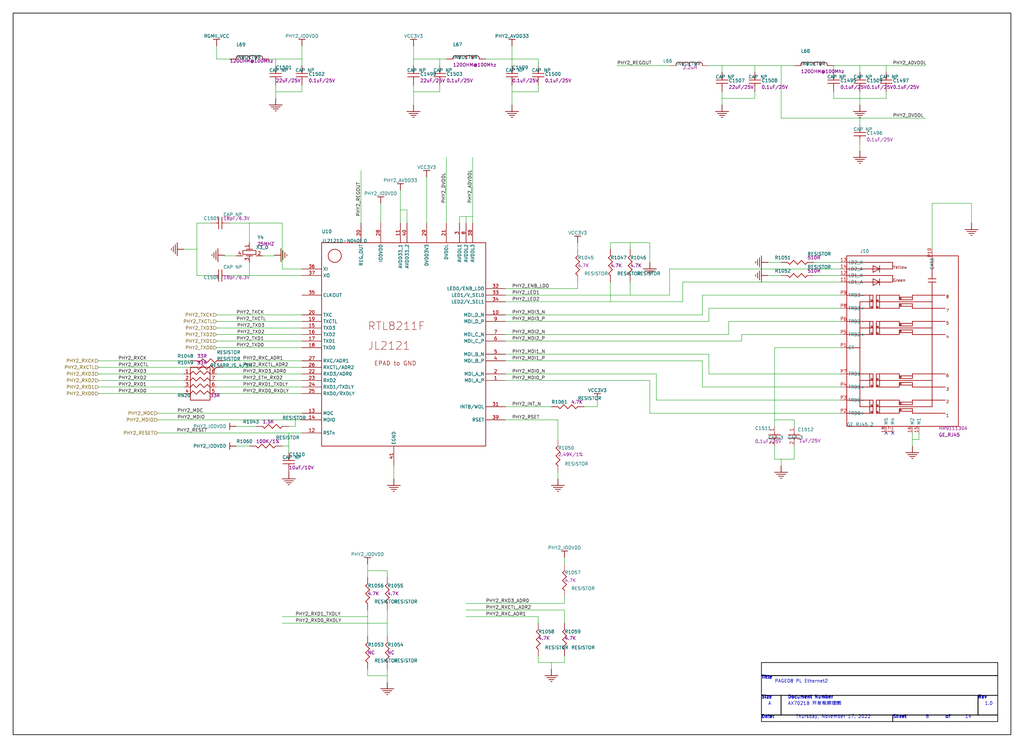
<source format=kicad_sch>
(kicad_sch (version 20231120) (generator "eeschema") (generator_version "8.0")
  (paper "User" 396.24 289.56)
  (title_block (title "PAGE08 PL Ethernet2"))
  (no_connect (at 345.44 167.64))
  (no_connect (at 342.9 167.64))
  (wire (pts (xy 86.36 142.24) (xy 116.84 142.24)))
  (wire (pts (xy 116.84 35.56) (xy 106.68 35.56)))
  (wire (pts (xy 76.2 86.36) (xy 76.2 96.52)))
  (wire (pts (xy 170.18 35.56) (xy 170.18 33.02)))
  (wire (pts (xy 60.96 167.64) (xy 111.76 167.64)))
  (wire (pts (xy 180.34 86.36) (xy 180.34 83.82)))
  (wire (pts (xy 180.34 233.68) (xy 218.44 233.68)))
  (wire (pts (xy 332.74 25.4) (xy 332.74 27.94)))
  (wire (pts (xy 259.08 114.3) (xy 243.84 114.3)))
  (wire (pts (xy 96.52 86.36) (xy 88.9 86.36)))
  (wire (pts (xy 142.24 259.08) (xy 142.24 261.62)))
  (wire (pts (xy 208.28 241.3) (xy 208.28 238.76)))
  (wire (pts (xy 342.9 27.94) (xy 342.9 25.4)))
  (wire (pts (xy 332.74 45.72) (xy 302.26 45.72)))
  (wire (pts (xy 271.78 114.3) (xy 325.12 114.3)))
  (wire (pts (xy 83.82 121.92) (xy 116.84 121.92)))
  (wire (pts (xy 360.68 96.52) (xy 360.68 78.74)))
  (wire (pts (xy 142.24 246.38) (xy 142.24 238.76)))
  (wire (pts (xy 170.18 22.86) (xy 170.18 25.4)))
  (wire (pts (xy 281.94 129.54) (xy 281.94 124.46)))
  (wire (pts (xy 325.12 160.02) (xy 251.46 160.02)))
  (wire (pts (xy 215.9 185.42) (xy 215.9 182.88)))
  (wire (pts (xy 160.02 22.86) (xy 170.18 22.86)))
  (wire (pts (xy 325.12 101.6) (xy 314.96 101.6)))
  (wire (pts (xy 259.08 104.14) (xy 259.08 114.3)))
  (wire (pts (xy 292.1 27.94) (xy 292.1 25.4)))
  (wire (pts (xy 83.82 152.4) (xy 116.84 152.4)))
  (wire (pts (xy 322.58 38.1) (xy 332.74 38.1)))
  (wire (pts (xy 83.82 129.54) (xy 116.84 129.54)))
  (wire (pts (xy 38.1 149.86) (xy 71.12 149.86)))
  (wire (pts (xy 152.4 185.42) (xy 152.4 180.34)))
  (wire (pts (xy 195.58 114.3) (xy 243.84 114.3)))
  (wire (pts (xy 218.44 218.44) (xy 218.44 215.9)))
  (wire (pts (xy 195.58 147.32) (xy 251.46 147.32)))
  (wire (pts (xy 142.24 223.52) (xy 142.24 220.98)))
  (wire (pts (xy 299.72 134.62) (xy 325.12 134.62)))
  (wire (pts (xy 213.36 259.08) (xy 213.36 256.54)))
  (wire (pts (xy 149.86 264.16) (xy 149.86 261.62)))
  (wire (pts (xy 142.24 261.62) (xy 149.86 261.62)))
  (wire (pts (xy 96.52 172.72) (xy 91.44 172.72)))
  (wire (pts (xy 274.32 124.46) (xy 274.32 119.38)))
  (wire (pts (xy 142.24 238.76) (xy 142.24 236.22)))
  (wire (pts (xy 160.02 22.86) (xy 160.02 17.78)))
  (wire (pts (xy 332.74 38.1) (xy 342.9 38.1)))
  (wire (pts (xy 342.9 25.4) (xy 358.14 25.4)))
  (wire (pts (xy 106.68 25.4) (xy 106.68 22.86)))
  (wire (pts (xy 271.78 121.92) (xy 271.78 114.3)))
  (wire (pts (xy 353.06 170.18) (xy 355.6 170.18)))
  (wire (pts (xy 292.1 25.4) (xy 279.4 25.4)))
  (wire (pts (xy 195.58 144.78) (xy 254 144.78)))
  (wire (pts (xy 86.868 99.06) (xy 86.868 98.806)))
  (wire (pts (xy 243.84 93.98) (xy 243.84 96.52)))
  (wire (pts (xy 177.8 83.82) (xy 177.8 86.36)))
  (wire (pts (xy 218.44 254) (xy 218.44 256.54)))
  (wire (pts (xy 180.34 238.76) (xy 208.28 238.76)))
  (wire (pts (xy 111.76 175.26) (xy 111.76 172.72)))
  (wire (pts (xy 195.58 162.56) (xy 215.9 162.56)))
  (wire (pts (xy 215.9 170.18) (xy 215.9 162.56)))
  (wire (pts (xy 139.7 66.04) (xy 139.7 86.36)))
  (wire (pts (xy 83.82 144.78) (xy 116.84 144.78)))
  (wire (pts (xy 99.06 165.1) (xy 91.44 165.1)))
  (wire (pts (xy 251.46 160.02) (xy 251.46 147.32)))
  (wire (pts (xy 88.9 22.86) (xy 83.82 22.86)))
  (wire (pts (xy 213.36 256.54) (xy 208.28 256.54)))
  (wire (pts (xy 325.12 106.68) (xy 314.96 106.68)))
  (wire (pts (xy 86.36 139.7) (xy 116.84 139.7)))
  (wire (pts (xy 271.78 149.86) (xy 325.12 149.86)))
  (wire (pts (xy 195.58 116.84) (xy 236.22 116.84)))
  (wire (pts (xy 355.6 170.18) (xy 355.6 167.64)))
  (wire (pts (xy 342.9 38.1) (xy 342.9 35.56)))
  (wire (pts (xy 218.44 241.3) (xy 218.44 236.22)))
  (wire (pts (xy 180.34 83.82) (xy 177.8 83.82)))
  (wire (pts (xy 96.52 86.36) (xy 96.52 93.98)))
  (wire (pts (xy 38.1 152.4) (xy 71.12 152.4)))
  (wire (pts (xy 114.3 165.1) (xy 114.3 162.56)))
  (wire (pts (xy 302.26 177.8) (xy 299.72 177.8)))
  (wire (pts (xy 302.26 25.4) (xy 292.1 25.4)))
  (wire (pts (xy 111.76 165.1) (xy 114.3 165.1)))
  (wire (pts (xy 223.52 109.22) (xy 223.52 111.76)))
  (wire (pts (xy 195.58 121.92) (xy 271.78 121.92)))
  (wire (pts (xy 83.82 149.86) (xy 116.84 149.86)))
  (wire (pts (xy 226.06 157.48) (xy 231.14 157.48)))
  (wire (pts (xy 157.48 81.28) (xy 154.94 81.28)))
  (wire (pts (xy 116.84 104.14) (xy 109.22 104.14)))
  (wire (pts (xy 116.84 22.86) (xy 116.84 25.4)))
  (wire (pts (xy 160.02 35.56) (xy 160.02 40.64)))
  (wire (pts (xy 259.08 25.4) (xy 238.76 25.4)))
  (wire (pts (xy 287.02 132.08) (xy 287.02 129.54)))
  (wire (pts (xy 360.68 78.74) (xy 375.92 78.74)))
  (wire (pts (xy 60.96 160.02) (xy 116.84 160.02)))
  (wire (pts (xy 106.68 38.1) (xy 106.68 35.56)))
  (wire (pts (xy 243.84 93.98) (xy 251.46 93.98)))
  (wire (pts (xy 302.26 101.6) (xy 297.18 101.6)))
  (wire (pts (xy 83.82 134.62) (xy 116.84 134.62)))
  (wire (pts (xy 325.12 104.14) (xy 259.08 104.14)))
  (wire (pts (xy 104.14 22.86) (xy 106.68 22.86)))
  (wire (pts (xy 299.72 162.56) (xy 299.72 134.62)))
  (wire (pts (xy 208.28 25.4) (xy 208.28 22.86)))
  (wire (pts (xy 264.16 109.22) (xy 264.16 116.84)))
  (wire (pts (xy 147.32 86.36) (xy 147.32 78.74)))
  (wire (pts (xy 116.84 162.56) (xy 114.3 162.56)))
  (wire (pts (xy 325.12 109.22) (xy 264.16 109.22)))
  (wire (pts (xy 307.34 162.56) (xy 299.72 162.56)))
  (wire (pts (xy 83.82 22.86) (xy 83.82 17.78)))
  (wire (pts (xy 111.76 172.72) (xy 109.22 172.72)))
  (wire (pts (xy 76.2 96.52) (xy 71.12 96.52)))
  (wire (pts (xy 111.76 172.72) (xy 111.76 167.64)))
  (wire (pts (xy 149.86 246.38) (xy 149.86 241.3)))
  (wire (pts (xy 198.12 22.86) (xy 187.96 22.86)))
  (wire (pts (xy 160.02 33.02) (xy 160.02 35.56)))
  (wire (pts (xy 322.58 35.56) (xy 322.58 38.1)))
  (wire (pts (xy 218.44 231.14) (xy 218.44 233.68)))
  (wire (pts (xy 109.22 86.36) (xy 96.52 86.36)))
  (wire (pts (xy 322.58 27.94) (xy 322.58 25.4)))
  (wire (pts (xy 307.34 177.8) (xy 302.26 177.8)))
  (wire (pts (xy 198.12 35.56) (xy 208.28 35.56)))
  (wire (pts (xy 353.06 172.72) (xy 353.06 170.18)))
  (wire (pts (xy 292.1 35.56) (xy 292.1 38.1)))
  (wire (pts (xy 149.86 223.52) (xy 149.86 220.98)))
  (wire (pts (xy 38.1 147.32) (xy 71.12 147.32)))
  (wire (pts (xy 96.52 106.68) (xy 96.52 101.6)))
  (wire (pts (xy 195.58 111.76) (xy 223.52 111.76)))
  (wire (pts (xy 76.2 106.68) (xy 76.2 96.52)))
  (wire (pts (xy 195.58 129.54) (xy 281.94 129.54)))
  (wire (pts (xy 195.58 157.48) (xy 213.36 157.48)))
  (wire (pts (xy 223.52 96.52) (xy 223.52 93.98)))
  (wire (pts (xy 106.172 99.06) (xy 106.172 98.806)))
  (wire (pts (xy 116.84 22.86) (xy 116.84 17.78)))
  (wire (pts (xy 116.84 33.02) (xy 116.84 35.56)))
  (wire (pts (xy 182.88 86.36) (xy 182.88 83.82)))
  (wire (pts (xy 195.58 137.16) (xy 274.32 137.16)))
  (wire (pts (xy 271.78 139.7) (xy 271.78 149.86)))
  (wire (pts (xy 332.74 48.26) (xy 332.74 45.72)))
  (wire (pts (xy 307.34 25.4) (xy 302.26 25.4)))
  (wire (pts (xy 375.92 78.74) (xy 375.92 86.36)))
  (wire (pts (xy 302.26 106.68) (xy 297.18 106.68)))
  (wire (pts (xy 279.4 40.64) (xy 279.4 38.1)))
  (wire (pts (xy 195.58 139.7) (xy 271.78 139.7)))
  (wire (pts (xy 198.12 40.64) (xy 198.12 35.56)))
  (wire (pts (xy 180.34 236.22) (xy 218.44 236.22)))
  (wire (pts (xy 332.74 38.1) (xy 332.74 35.56)))
  (wire (pts (xy 332.74 40.64) (xy 332.74 38.1)))
  (wire (pts (xy 38.1 139.7) (xy 73.66 139.7)))
  (wire (pts (xy 109.22 104.14) (xy 109.22 86.36)))
  (wire (pts (xy 165.1 86.36) (xy 165.1 68.58)))
  (wire (pts (xy 91.44 99.06) (xy 86.868 99.06)))
  (wire (pts (xy 279.4 25.4) (xy 274.32 25.4)))
  (wire (pts (xy 170.18 22.86) (xy 172.72 22.86)))
  (wire (pts (xy 195.58 132.08) (xy 287.02 132.08)))
  (wire (pts (xy 172.72 60.96) (xy 172.72 86.36)))
  (wire (pts (xy 254 144.78) (xy 254 154.94)))
  (wire (pts (xy 83.82 124.46) (xy 116.84 124.46)))
  (wire (pts (xy 157.48 86.36) (xy 157.48 81.28)))
  (wire (pts (xy 149.86 261.62) (xy 149.86 259.08)))
  (wire (pts (xy 287.02 129.54) (xy 325.12 129.54)))
  (wire (pts (xy 332.74 25.4) (xy 322.58 25.4)))
  (wire (pts (xy 83.82 127) (xy 116.84 127)))
  (wire (pts (xy 106.68 22.86) (xy 116.84 22.86)))
  (wire (pts (xy 279.4 27.94) (xy 279.4 25.4)))
  (wire (pts (xy 81.28 86.36) (xy 76.2 86.36)))
  (wire (pts (xy 83.82 132.08) (xy 116.84 132.08)))
  (wire (pts (xy 342.9 25.4) (xy 332.74 25.4)))
  (wire (pts (xy 149.86 220.98) (xy 142.24 220.98)))
  (wire (pts (xy 38.1 144.78) (xy 71.12 144.78)))
  (wire (pts (xy 279.4 38.1) (xy 279.4 35.56)))
  (wire (pts (xy 208.28 35.56) (xy 208.28 33.02)))
  (wire (pts (xy 182.88 83.82) (xy 180.34 83.82)))
  (wire (pts (xy 254 154.94) (xy 325.12 154.94)))
  (wire (pts (xy 101.6 99.06) (xy 106.172 99.06)))
  (wire (pts (xy 160.02 35.56) (xy 170.18 35.56)))
  (wire (pts (xy 251.46 93.98) (xy 251.46 101.6)))
  (wire (pts (xy 218.44 256.54) (xy 213.36 256.54)))
  (wire (pts (xy 299.72 165.1) (xy 299.72 162.56)))
  (wire (pts (xy 116.84 106.68) (xy 96.52 106.68)))
  (wire (pts (xy 38.1 142.24) (xy 73.66 142.24)))
  (wire (pts (xy 236.22 116.84) (xy 236.22 109.22)))
  (wire (pts (xy 307.34 165.1) (xy 307.34 162.56)))
  (wire (pts (xy 109.22 241.3) (xy 149.86 241.3)))
  (wire (pts (xy 302.26 180.34) (xy 302.26 177.8)))
  (wire (pts (xy 236.22 93.98) (xy 243.84 93.98)))
  (wire (pts (xy 299.72 177.8) (xy 299.72 172.72)))
  (wire (pts (xy 111.76 167.64) (xy 116.84 167.64)))
  (wire (pts (xy 353.06 170.18) (xy 353.06 167.64)))
  (wire (pts (xy 81.28 106.68) (xy 76.2 106.68)))
  (wire (pts (xy 154.94 86.36) (xy 154.94 81.28)))
  (wire (pts (xy 292.1 38.1) (xy 279.4 38.1)))
  (wire (pts (xy 274.32 119.38) (xy 325.12 119.38)))
  (wire (pts (xy 198.12 25.4) (xy 198.12 22.86)))
  (wire (pts (xy 274.32 137.16) (xy 274.32 144.78)))
  (wire (pts (xy 195.58 124.46) (xy 274.32 124.46)))
  (wire (pts (xy 302.26 45.72) (xy 302.26 25.4)))
  (wire (pts (xy 243.84 114.3) (xy 243.84 109.22)))
  (wire (pts (xy 264.16 116.84) (xy 236.22 116.84)))
  (wire (pts (xy 149.86 241.3) (xy 149.86 236.22)))
  (wire (pts (xy 182.88 60.96) (xy 182.88 83.82)))
  (wire (pts (xy 142.24 220.98) (xy 142.24 218.44)))
  (wire (pts (xy 332.74 45.72) (xy 358.14 45.72)))
  (wire (pts (xy 332.74 58.42) (xy 332.74 55.88)))
  (wire (pts (xy 231.14 157.48) (xy 231.14 154.94)))
  (wire (pts (xy 106.68 35.56) (xy 106.68 33.02)))
  (wire (pts (xy 236.22 96.52) (xy 236.22 93.98)))
  (wire (pts (xy 160.02 25.4) (xy 160.02 22.86)))
  (wire (pts (xy 208.28 256.54) (xy 208.28 254)))
  (wire (pts (xy 274.32 144.78) (xy 325.12 144.78)))
  (wire (pts (xy 281.94 124.46) (xy 325.12 124.46)))
  (wire (pts (xy 109.22 238.76) (xy 142.24 238.76)))
  (wire (pts (xy 96.52 106.68) (xy 88.9 106.68)))
  (wire (pts (xy 60.96 162.56) (xy 114.3 162.56)))
  (wire (pts (xy 208.28 22.86) (xy 198.12 22.86)))
  (wire (pts (xy 198.12 35.56) (xy 198.12 33.02)))
  (wire (pts (xy 198.12 22.86) (xy 198.12 17.78)))
  (wire (pts (xy 307.34 172.72) (xy 307.34 177.8)))
  (wire (pts (xy 83.82 147.32) (xy 116.84 147.32)))
  (wire (pts (xy 154.94 81.28) (xy 154.94 73.66)))
  (rectangle (start 345.44 276.86) (end 294.64 279.4) (stroke (width 0.254) (color 0 0 0 1)))
  (rectangle (start 386.08 261.62) (end 294.64 269.24) (stroke (width 0.254) (color 0 0 0 1)))
  (rectangle (start 378.46 269.24) (end 302.26 276.86) (stroke (width 0.254) (color 0 0 0 1)))
  (rectangle (start 391.16 5.08) (end 5.08 284.48) (stroke (width 0.254) (color 0 0 0 1)))
  (rectangle (start 386.08 269.24) (end 378.46 276.86) (stroke (width 0.254) (color 0 0 0 1)))
  (rectangle (start 302.26 269.24) (end 294.64 276.86) (stroke (width 0.254) (color 0 0 0 1)))
  (rectangle (start 386.08 276.86) (end 345.44 279.4) (stroke (width 0.254) (color 0 0 0 1)))
  (rectangle (start 386.08 256.54) (end 294.64 261.62) (stroke (width 0.254) (color 0 0 0 1)))
  (text "Date:" (at 294.64 276.86 0) (effects (font (size 1.27 1.27)) (justify left top)))
  (text "Size" (at 294.64 269.24 0) (effects (font (size 1.27 1.27)) (justify left top)))
  (text "Document Number" (at 304.8 269.24 0) (effects (font (size 1.27 1.27)) (justify left top)))
  (text "of" (at 365.76 276.86 0) (effects (font (size 1.27 1.27)) (justify left top)))
  (text "Rev" (at 378.46 269.24 0) (effects (font (size 1.27 1.27)) (justify left top)))
  (text "of" (at 365.76 276.86 0) (effects (font (size 1.27 1.27)) (justify left top)))
  (text "Title" (at 294.64 261.62 0) (effects (font (size 1.27 1.27)) (justify left top)))
  (text "Rev" (at 378.46 269.24 0) (effects (font (size 1.27 1.27)) (justify left top)))
  (text "of" (at 365.76 276.86 0) (effects (font (size 1.27 1.27)) (justify left top)))
  (text "Sheet" (at 345.44 276.86 0) (effects (font (size 1.27 1.27)) (justify left top)))
  (text "AX7021B 开发板原理图" (at 304.8 271.78 0) (effects (font (size 1.27 1.27)) (justify left top)))
  (text "Rev" (at 378.46 269.24 0) (effects (font (size 1.27 1.27)) (justify left top)))
  (text "A" (at 297.18 271.78 0) (effects (font (size 1.27 1.27)) (justify left top)))
  (text "Title" (at 294.64 261.62 0) (effects (font (size 1.27 1.27)) (justify left top)))
  (text "Title" (at 294.64 261.62 0) (effects (font (size 1.27 1.27)) (justify left top)))
  (text "Size" (at 294.64 269.24 0) (effects (font (size 1.27 1.27)) (justify left top)))
  (text "Title" (at 294.64 261.62 0) (effects (font (size 1.27 1.27)) (justify left top)))
  (text "of" (at 365.76 276.86 0) (effects (font (size 1.27 1.27)) (justify left top)))
  (text "Sheet" (at 345.44 276.86 0) (effects (font (size 1.27 1.27)) (justify left top)))
  (text "Rev" (at 378.46 269.24 0) (effects (font (size 1.27 1.27)) (justify left top)))
  (text "Document Number" (at 304.8 269.24 0) (effects (font (size 1.27 1.27)) (justify left top)))
  (text "of" (at 365.76 276.86 0) (effects (font (size 1.27 1.27)) (justify left top)))
  (text "Sheet" (at 345.44 276.86 0) (effects (font (size 1.27 1.27)) (justify left top)))
  (text "Sheet" (at 345.44 276.86 0) (effects (font (size 1.27 1.27)) (justify left top)))
  (text "Title" (at 294.64 261.62 0) (effects (font (size 1.27 1.27)) (justify left top)))
  (text "of" (at 365.76 276.86 0) (effects (font (size 1.27 1.27)) (justify left top)))
  (text "Rev" (at 378.46 269.24 0) (effects (font (size 1.27 1.27)) (justify left top)))
  (text "Sheet" (at 345.44 276.86 0) (effects (font (size 1.27 1.27)) (justify left top)))
  (text "Date:" (at 294.64 276.86 0) (effects (font (size 1.27 1.27)) (justify left top)))
  (text "of" (at 365.76 276.86 0) (effects (font (size 1.27 1.27)) (justify left top)))
  (text "Size" (at 294.64 269.24 0) (effects (font (size 1.27 1.27)) (justify left top)))
  (text "8" (at 358.14 276.86 0) (effects (font (size 1.27 1.27)) (justify left top)))
  (text "Title" (at 294.64 261.62 0) (effects (font (size 1.27 1.27)) (justify left top)))
  (text "Sheet" (at 345.44 276.86 0) (effects (font (size 1.27 1.27)) (justify left top)))
  (text "Thursday, November 17, 2022" (at 307.848 276.86 0) (effects (font (size 1.27 1.27)) (justify left top)))
  (text "Date:" (at 294.64 276.86 0) (effects (font (size 1.27 1.27)) (justify left top)))
  (text "Rev" (at 378.46 269.24 0) (effects (font (size 1.27 1.27)) (justify left top)))
  (text "Rev" (at 378.46 269.24 0) (effects (font (size 1.27 1.27)) (justify left top)))
  (text "Size" (at 294.64 269.24 0) (effects (font (size 1.27 1.27)) (justify left top)))
  (text "Size" (at 294.64 269.24 0) (effects (font (size 1.27 1.27)) (justify left top)))
  (text "Size" (at 294.64 269.24 0) (effects (font (size 1.27 1.27)) (justify left top)))
  (text "PAGE08 PL Ethernet2" (at 299.72 263.144 0) (effects (font (size 1.27 1.27)) (justify left top)))
  (text "of" (at 365.76 276.86 0) (effects (font (size 1.27 1.27)) (justify left top)))
  (text "14" (at 373.38 276.86 0) (effects (font (size 1.27 1.27)) (justify left top)))
  (text "Document Number" (at 304.8 269.24 0) (effects (font (size 1.27 1.27)) (justify left top)))
  (text "Date:" (at 294.64 276.86 0) (effects (font (size 1.27 1.27)) (justify left top)))
  (text "Rev" (at 378.46 269.24 0) (effects (font (size 1.27 1.27)) (justify left top)))
  (text "Size" (at 294.64 269.24 0) (effects (font (size 1.27 1.27)) (justify left top)))
  (text "Title" (at 294.64 261.62 0) (effects (font (size 1.27 1.27)) (justify left top)))
  (text "Date:" (at 294.64 276.86 0) (effects (font (size 1.27 1.27)) (justify left top)))
  (text "Document Number" (at 304.8 269.24 0) (effects (font (size 1.27 1.27)) (justify left top)))
  (text "Document Number" (at 304.8 269.24 0) (effects (font (size 1.27 1.27)) (justify left top)))
  (text "Date:" (at 294.64 276.86 0) (effects (font (size 1.27 1.27)) (justify left top)))
  (text "Date:" (at 294.64 276.86 0) (effects (font (size 1.27 1.27)) (justify left top)))
  (text "Document Number" (at 304.8 269.24 0) (effects (font (size 1.27 1.27)) (justify left top)))
  (text "Sheet" (at 345.44 276.86 0) (effects (font (size 1.27 1.27)) (justify left top)))
  (text "1.0" (at 381 271.78 0) (effects (font (size 1.27 1.27)) (justify left top)))
  (text "Sheet" (at 345.44 276.86 0) (effects (font (size 1.27 1.27)) (justify left top)))
  (text "Document Number" (at 304.8 269.24 0) (effects (font (size 1.27 1.27)) (justify left top)))
  (text "Date:" (at 294.64 276.86 0) (effects (font (size 1.27 1.27)) (justify left top)))
  (text "Title" (at 294.64 261.62 0) (effects (font (size 1.27 1.27)) (justify left top)))
  (text "Document Number" (at 304.8 269.24 0) (effects (font (size 1.27 1.27)) (justify left top)))
  (text "Size" (at 294.64 269.24 0) (effects (font (size 1.27 1.27)) (justify left top)))
  (label "PHY2_RXC_ADR1" (at 93.98 139.7 0))
  (label "PHY2_DVDDL" (at 172.72 78.74 90))
  (label "PHY2_MDI0_N" (at 198.12 144.78 0))
  (label "PHY2_RXCTL_ADR2" (at 93.98 142.24 0))
  (label "PHY2_RXD1" (at 45.72 149.86 0))
  (label "PHY2_RXD3_ADR0" (at 187.96 233.68 0))
  (label "PHY2_MDI3_N" (at 198.12 121.92 0))
  (label "PHY2_REGOUT" (at 139.7 83.82 90))
  (label "PHY2_MDI2_P" (at 198.12 132.08 0))
  (label "PHY2_MDC" (at 68.58 160.02 0))
  (label "PHY2_INT_N" (at 198.12 157.48 0))
  (label "PHY2_ADVDDL" (at 182.88 78.74 90))
  (label "PHY2_RXD2" (at 45.72 147.32 0))
  (label "PHY2_RXD0_RXDLY" (at 93.98 152.4 0))
  (label "PHY2_ENB_LDO" (at 198.12 111.76 0))
  (label "PHY2_TXD2" (at 91.694 129.54 0))
  (label "PHY2_RXD1_TXDLY" (at 114.3 238.76 0))
  (label "PHY2_RXCTL_ADR2" (at 187.96 236.22 0))
  (label "PHY2_TXCTL" (at 91.44 124.46 0))
  (label "PHY2_RXD3" (at 45.72 144.78 0))
  (label "PHY2_MDI1_N" (at 198.12 137.16 0))
  (label "PHY2_MDI3_P" (at 198.12 124.46 0))
  (label "PHY2_TXCK" (at 91.44 121.92 0))
  (label "PHY2_RXCK" (at 45.72 139.7 0))
  (label "PHY2_RXD0_RXDLY" (at 114.3 241.3 0))
  (label "PHY2_MDI0_P" (at 198.12 147.32 0))
  (label "PHY2_RXD0" (at 45.72 152.4 0))
  (label "PHY2_DVDDL" (at 345.44 45.72 0))
  (label "PHY2_MDI2_N" (at 198.12 129.54 0))
  (label "PHY2_MDIO" (at 68.58 162.56 0))
  (label "PHY2_TXD0" (at 91.44 134.62 0))
  (label "PHY2_RXD1_TXDLY" (at 93.98 149.86 0))
  (label "PHY2_MDI1_P" (at 198.12 139.7 0))
  (label "PHY2_RXC_ADR1" (at 187.96 238.76 0))
  (label "PHY2_TXD3" (at 91.694 127 0))
  (label "PHY2_LED2" (at 198.12 116.84 0))
  (label "PHY2_ETH_RXD2" (at 93.98 147.32 0))
  (label "PHY2_RESET" (at 68.326 167.64 0))
  (label "PHY2_LED1" (at 198.12 114.3 0))
  (label "PHY2_RSET" (at 198.12 162.56 0))
  (label "PHY2_REGOUT" (at 238.76 25.4 0))
  (label "PHY2_ADVDDL" (at 345.44 25.4 0))
  (label "PHY2_RXD3_ADR0" (at 93.98 144.78 0))
  (label "PHY2_TXD1" (at 91.44 132.08 0))
  (label "PHY2_RXCTL" (at 45.72 142.24 0))
  (hierarchical_label "PHY2_RESET" (shape input) (at 60.96 167.64 180))
  (hierarchical_label "PHY2_TXD0" (shape input) (at 83.82 134.62 180))
  (hierarchical_label "PHY2_TXCTL" (shape input) (at 83.82 124.46 180))
  (hierarchical_label "PHY2_TXD1" (shape input) (at 83.82 132.08 180))
  (hierarchical_label "PHY2_RXCK" (shape input) (at 38.1 139.7 180))
  (hierarchical_label "PHY2_RXD3" (shape input) (at 38.1 144.78 180))
  (hierarchical_label "PHY2_TXD3" (shape input) (at 83.82 127 180))
  (hierarchical_label "PHY2_TXD2" (shape input) (at 83.82 129.54 180))
  (hierarchical_label "PHY2_RXD1" (shape input) (at 38.1 149.86 180))
  (hierarchical_label "PHY2_TXCK" (shape input) (at 83.82 121.92 180))
  (hierarchical_label "PHY2_RXD2" (shape input) (at 38.1 147.32 180))
  (hierarchical_label "PHY2_MDIO" (shape input) (at 60.96 162.56 180))
  (hierarchical_label "PHY2_MDC" (shape input) (at 60.96 160.02 180))
  (hierarchical_label "PHY2_RXCTL" (shape input) (at 38.1 142.24 180))
  (hierarchical_label "PHY2_RXD0" (shape input) (at 38.1 152.4 180))
  (symbol (lib_id "getting sheets-altium-import:root_3_RESISTOR") (at 106.68 170.18 0) (unit 1)
    (property "Reference" "R1060" (at 91.44 170.18 0) (effects (justify left top)))
    (property "Value" "RESISTOR" (at 106.68 170.18 0) (effects (justify left bottom)))
    (property "SYMBOL" "RESISTOR" (effects (hide yes)))
    (property "DEVICE" "RESISTOR" (effects (hide yes)))
    (property "PCB FOOTPRINT" "R0402" (effects (hide yes)))
    (property "SOURCE PACKAGE" "RESISTOR" (effects (hide yes)))
    (property "PRIMITIVE" "DEFAULT" (effects (hide yes)))
    (property "VA" "电阻" (effects (hide yes)))
    (property "ALTIUM_VALUE" "100K/1%" (at 99.06 170.18 0) (effects (justify left top)))
    (property "IMPLEMENTATION TYPE" "<none>" (effects (hide yes)))
    (property "POWER PINS VISIBLE" "False" (effects (hide yes)))
    (property "ADD INTO BOM" "yes" (effects (hide yes)))
    (property "CONVERT TO PCB" "yes" (effects (hide yes)))
    (property "ORIGIN FOOTPRINT" "R0402" (effects (hide yes)))
  )
  (symbol (lib_id "getting sheets-altium-import:GND_POWER_GROUND") (at 353.06 172.72 0) (unit 1)
    (property "Reference" "#PWR?" (effects (hide yes)))
    (property "Value" "GND" (effects (hide yes)))
  )
  (symbol (lib_id "getting sheets-altium-import:root_0_CAP NP") (at 167.64 27.94 0) (unit 1)
    (property "Reference" "C1503" (at 172.72 27.94 0) (effects (justify left top)))
    (property "Value" "CAP NP" (at 167.64 27.94 0) (effects (justify left bottom)))
    (property "SYMBOL" "CAP NP" (effects (hide yes)))
    (property "DEVICE" "CAP NP" (effects (hide yes)))
    (property "PCB FOOTPRINT" "C0402" (effects (hide yes)))
    (property "SOURCE PACKAGE" "CAP NP" (effects (hide yes)))
    (property "PRIMITIVE" "DEFAULT" (effects (hide yes)))
    (property "VA" "电容" (effects (hide yes)))
    (property "ALTIUM_VALUE" "0.1uF/25V" (at 172.72 30.48 0) (effects (justify left top)))
    (property "IMPLEMENTATION TYPE" "<none>" (effects (hide yes)))
    (property "POWER PINS VISIBLE" "False" (effects (hide yes)))
    (property "ADD INTO BOM" "yes" (effects (hide yes)))
    (property "CONVERT TO PCB" "yes" (effects (hide yes)))
    (property "ORIGIN FOOTPRINT" "C0402" (effects (hide yes)))
  )
  (symbol (lib_id "getting sheets-altium-import:GND_POWER_GROUND") (at 375.92 86.36 0) (unit 1)
    (property "Reference" "#PWR?" (effects (hide yes)))
    (property "Value" "GND" (effects (hide yes)))
  )
  (symbol (lib_id "getting sheets-altium-import:GND_POWER_GROUND") (at 160.02 40.64 0) (unit 1)
    (property "Reference" "#PWR?" (effects (hide yes)))
    (property "Value" "GND" (effects (hide yes)))
  )
  (symbol (lib_id "getting sheets-altium-import:VCC3V3_BAR") (at 231.14 154.94 180) (unit 1)
    (property "Reference" "#PWR?" (effects (hide yes)))
    (property "Value" "VCC3V3" (at 231.14 151.13 0))
  )
  (symbol (lib_id "getting sheets-altium-import:GND_POWER_GROUND") (at 149.86 264.16 0) (unit 1)
    (property "Reference" "#PWR?" (effects (hide yes)))
    (property "Value" "GND" (effects (hide yes)))
  )
  (symbol (lib_id "getting sheets-altium-import:root_2_RESISTOR") (at 246.38 106.68 0) (unit 1)
    (property "Reference" "R1046" (at 243.84 99.06 0) (effects (justify left top)))
    (property "Value" "RESISTOR" (at 246.38 106.68 0) (effects (justify left bottom)))
    (property "SYMBOL" "RESISTOR" (effects (hide yes)))
    (property "DEVICE" "RESISTOR" (effects (hide yes)))
    (property "PCB FOOTPRINT" "R0402" (effects (hide yes)))
    (property "SOURCE PACKAGE" "RESISTOR" (effects (hide yes)))
    (property "PRIMITIVE" "DEFAULT" (effects (hide yes)))
    (property "VA" "电阻" (effects (hide yes)))
    (property "ALTIUM_VALUE" "4.7K" (at 243.84 102.108 0) (effects (justify left top)))
    (property "IMPLEMENTATION TYPE" "<none>" (effects (hide yes)))
    (property "POWER PINS VISIBLE" "False" (effects (hide yes)))
    (property "ADD INTO BOM" "yes" (effects (hide yes)))
    (property "CONVERT TO PCB" "yes" (effects (hide yes)))
    (property "ORIGIN FOOTPRINT" "R0402" (effects (hide yes)))
  )
  (symbol (lib_id "getting sheets-altium-import:PHY2_AVDD33_BAR") (at 198.12 17.78 180) (unit 1)
    (property "Reference" "#PWR?" (effects (hide yes)))
    (property "Value" "PHY2_AVDD33" (at 198.12 13.97 0))
  )
  (symbol (lib_id "getting sheets-altium-import:root_3_CAP NP") (at 86.36 104.14 0) (unit 1)
    (property "Reference" "C1506" (at 78.74 106.68 0) (effects (justify left top)))
    (property "Value" "CAP NP" (at 86.36 104.14 0) (effects (justify left bottom)))
    (property "SYMBOL" "CAP NP" (effects (hide yes)))
    (property "DEVICE" "CAP NP" (effects (hide yes)))
    (property "PCB FOOTPRINT" "C0402" (effects (hide yes)))
    (property "SOURCE PACKAGE" "CAP NP" (effects (hide yes)))
    (property "PRIMITIVE" "DEFAULT" (effects (hide yes)))
    (property "VA" "电容" (effects (hide yes)))
    (property "ALTIUM_VALUE" "18pF/6.3V" (at 86.36 106.68 0) (effects (justify left top)))
    (property "IMPLEMENTATION TYPE" "<none>" (effects (hide yes)))
    (property "POWER PINS VISIBLE" "False" (effects (hide yes)))
    (property "ADD INTO BOM" "yes" (effects (hide yes)))
    (property "CONVERT TO PCB" "yes" (effects (hide yes)))
    (property "ORIGIN FOOTPRINT" "C0402" (effects (hide yes)))
  )
  (symbol (lib_id "getting sheets-altium-import:GND_POWER_GROUND") (at 86.868 98.806 270) (unit 1)
    (property "Reference" "#PWR?" (effects (hide yes)))
    (property "Value" "GND" (effects (hide yes)))
  )
  (symbol (lib_id "getting sheets-altium-import:GND_POWER_GROUND") (at 332.74 58.42 0) (unit 1)
    (property "Reference" "#PWR?" (effects (hide yes)))
    (property "Value" "GND" (effects (hide yes)))
  )
  (symbol (lib_id "getting sheets-altium-import:root_3_RESISTOR") (at 109.22 162.56 0) (unit 1)
    (property "Reference" "R1043" (at 93.98 162.56 0) (effects (justify left top)))
    (property "Value" "RESISTOR" (at 109.22 162.56 0) (effects (justify left bottom)))
    (property "SYMBOL" "RESISTOR" (effects (hide yes)))
    (property "DEVICE" "RESISTOR" (effects (hide yes)))
    (property "PCB FOOTPRINT" "R0402" (effects (hide yes)))
    (property "SOURCE PACKAGE" "RESISTOR" (effects (hide yes)))
    (property "PRIMITIVE" "DEFAULT" (effects (hide yes)))
    (property "VA" "电阻" (effects (hide yes)))
    (property "ALTIUM_VALUE" "1.5K" (at 101.6 162.56 0) (effects (justify left top)))
    (property "IMPLEMENTATION TYPE" "<none>" (effects (hide yes)))
    (property "POWER PINS VISIBLE" "False" (effects (hide yes)))
    (property "ADD INTO BOM" "yes" (effects (hide yes)))
    (property "CONVERT TO PCB" "yes" (effects (hide yes)))
    (property "ORIGIN FOOTPRINT" "R0402" (effects (hide yes)))
  )
  (symbol (lib_id "getting sheets-altium-import:root_2_RESISTOR") (at 144.78 233.68 0) (unit 1)
    (property "Reference" "R1056" (at 142.24 226.06 0) (effects (justify left top)))
    (property "Value" "RESISTOR" (at 144.78 233.68 0) (effects (justify left bottom)))
    (property "SYMBOL" "RESISTOR" (effects (hide yes)))
    (property "DEVICE" "RESISTOR" (effects (hide yes)))
    (property "PCB FOOTPRINT" "R0402" (effects (hide yes)))
    (property "SOURCE PACKAGE" "RESISTOR" (effects (hide yes)))
    (property "PRIMITIVE" "DEFAULT" (effects (hide yes)))
    (property "VA" "电阻" (effects (hide yes)))
    (property "ALTIUM_VALUE" "4.7K" (at 142.24 229.108 0) (effects (justify left top)))
    (property "IMPLEMENTATION TYPE" "<none>" (effects (hide yes)))
    (property "POWER PINS VISIBLE" "False" (effects (hide yes)))
    (property "ADD INTO BOM" "yes" (effects (hide yes)))
    (property "CONVERT TO PCB" "yes" (effects (hide yes)))
    (property "ORIGIN FOOTPRINT" "R0402" (effects (hide yes)))
  )
  (symbol (lib_id "getting sheets-altium-import:RGMII_VCC_BAR") (at 83.82 17.78 180) (unit 1)
    (property "Reference" "#PWR?" (effects (hide yes)))
    (property "Value" "RGMII_VCC" (at 83.82 13.97 0))
  )
  (symbol (lib_id "getting sheets-altium-import:root_0_CAP NP") (at 340.36 30.48 0) (unit 1)
    (property "Reference" "C1497" (at 345.44 30.48 0) (effects (justify left top)))
    (property "Value" "CAP NP" (at 340.36 30.48 0) (effects (justify left bottom)))
    (property "SYMBOL" "CAP NP" (effects (hide yes)))
    (property "DEVICE" "CAP NP" (effects (hide yes)))
    (property "PCB FOOTPRINT" "C0402" (effects (hide yes)))
    (property "SOURCE PACKAGE" "CAP NP" (effects (hide yes)))
    (property "PRIMITIVE" "DEFAULT" (effects (hide yes)))
    (property "VA" "电容" (effects (hide yes)))
    (property "ALTIUM_VALUE" "0.1uF/25V" (at 345.44 33.02 0) (effects (justify left top)))
    (property "IMPLEMENTATION TYPE" "<none>" (effects (hide yes)))
    (property "POWER PINS VISIBLE" "False" (effects (hide yes)))
    (property "ADD INTO BOM" "yes" (effects (hide yes)))
    (property "CONVERT TO PCB" "yes" (effects (hide yes)))
    (property "ORIGIN FOOTPRINT" "C0402" (effects (hide yes)))
  )
  (symbol (lib_id "getting sheets-altium-import:root_1_INDUCTOR") (at 91.44 22.86 0) (unit 1)
    (property "Reference" "L69" (at 91.44 16.51 0) (effects (justify left top)))
    (property "Value" "INDUCTOR" (at 91.44 22.86 0) (effects (justify left bottom)))
    (property "SYMBOL" "INDUCTOR" (effects (hide yes)))
    (property "DEVICE" "INDUCTOR" (effects (hide yes)))
    (property "PCB FOOTPRINT" "L0603" (effects (hide yes)))
    (property "SOURCE PACKAGE" "INDUCTOR" (effects (hide yes)))
    (property "PRIMITIVE" "DEFAULT" (effects (hide yes)))
    (property "VA" "磁珠" (effects (hide yes)))
    (property "ALTIUM_VALUE" "120OHM@100Mhz" (at 88.9 22.86 0) (effects (justify left top)))
    (property "IMPLEMENTATION TYPE" "<none>" (effects (hide yes)))
    (property "POWER PINS VISIBLE" "False" (effects (hide yes)))
    (property "ADD INTO BOM" "yes" (effects (hide yes)))
    (property "CONVERT TO PCB" "yes" (effects (hide yes)))
    (property "ORIGIN FOOTPRINT" "L0603" (effects (hide yes)))
  )
  (symbol (lib_id "getting sheets-altium-import:GND_POWER_GROUND") (at 297.18 101.6 270) (unit 1)
    (property "Reference" "#PWR?" (effects (hide yes)))
    (property "Value" "GND" (effects (hide yes)))
  )
  (symbol (lib_id "getting sheets-altium-import:root_2_RESISTOR") (at 220.98 251.46 0) (unit 1)
    (property "Reference" "R1059" (at 218.44 243.84 0) (effects (justify left top)))
    (property "Value" "RESISTOR" (at 220.98 251.46 0) (effects (justify left bottom)))
    (property "SYMBOL" "RESISTOR" (effects (hide yes)))
    (property "DEVICE" "RESISTOR" (effects (hide yes)))
    (property "PCB FOOTPRINT" "R0402" (effects (hide yes)))
    (property "SOURCE PACKAGE" "RESISTOR" (effects (hide yes)))
    (property "PRIMITIVE" "DEFAULT" (effects (hide yes)))
    (property "VA" "电阻" (effects (hide yes)))
    (property "ALTIUM_VALUE" "4.7K" (at 218.44 246.38 0) (effects (justify left top)))
    (property "IMPLEMENTATION TYPE" "<none>" (effects (hide yes)))
    (property "POWER PINS VISIBLE" "False" (effects (hide yes)))
    (property "ADD INTO BOM" "yes" (effects (hide yes)))
    (property "CONVERT TO PCB" "yes" (effects (hide yes)))
    (property "ORIGIN FOOTPRINT" "R0402" (effects (hide yes)))
  )
  (symbol (lib_id "getting sheets-altium-import:root_3_CAP NP") (at 86.36 83.82 0) (unit 1)
    (property "Reference" "C1505" (at 78.74 83.82 0) (effects (justify left top)))
    (property "Value" "CAP NP" (at 86.36 83.82 0) (effects (justify left bottom)))
    (property "SYMBOL" "CAP NP" (effects (hide yes)))
    (property "DEVICE" "CAP NP" (effects (hide yes)))
    (property "PCB FOOTPRINT" "C0402" (effects (hide yes)))
    (property "SOURCE PACKAGE" "CAP NP" (effects (hide yes)))
    (property "PRIMITIVE" "DEFAULT" (effects (hide yes)))
    (property "VA" "电容" (effects (hide yes)))
    (property "ALTIUM_VALUE" "18pF/6.3V" (at 86.36 83.82 0) (effects (justify left top)))
    (property "IMPLEMENTATION TYPE" "<none>" (effects (hide yes)))
    (property "POWER PINS VISIBLE" "False" (effects (hide yes)))
    (property "ADD INTO BOM" "yes" (effects (hide yes)))
    (property "CONVERT TO PCB" "yes" (effects (hide yes)))
    (property "ORIGIN FOOTPRINT" "C0402" (effects (hide yes)))
  )
  (symbol (lib_id "getting sheets-altium-import:root_3_RESISTOR") (at 312.42 104.14 0) (unit 1)
    (property "Reference" "R1052" (at 299.72 104.14 0) (effects (justify left top)))
    (property "Value" "RESISTOR" (at 312.42 104.14 0) (effects (justify left bottom)))
    (property "SYMBOL" "RESISTOR" (effects (hide yes)))
    (property "DEVICE" "RESISTOR" (effects (hide yes)))
    (property "PCB FOOTPRINT" "R0402" (effects (hide yes)))
    (property "SOURCE PACKAGE" "RESISTOR" (effects (hide yes)))
    (property "PRIMITIVE" "DEFAULT" (effects (hide yes)))
    (property "VA" "电阻" (effects (hide yes)))
    (property "ALTIUM_VALUE" "510R" (at 312.42 104.14 0) (effects (justify left top)))
    (property "IMPLEMENTATION TYPE" "<none>" (effects (hide yes)))
    (property "POWER PINS VISIBLE" "False" (effects (hide yes)))
    (property "ADD INTO BOM" "yes" (effects (hide yes)))
    (property "CONVERT TO PCB" "yes" (effects (hide yes)))
    (property "ORIGIN FOOTPRINT" "R0402" (effects (hide yes)))
  )
  (symbol (lib_id "getting sheets-altium-import:root_0_CAP NP") (at 195.58 27.94 0) (unit 1)
    (property "Reference" "C1499" (at 198.12 25.4 0) (effects (justify left top)))
    (property "Value" "CAP NP" (at 195.58 27.94 0) (effects (justify left bottom)))
    (property "SYMBOL" "CAP NP" (effects (hide yes)))
    (property "DEVICE" "CAP NP" (effects (hide yes)))
    (property "PCB FOOTPRINT" "C0402" (effects (hide yes)))
    (property "SOURCE PACKAGE" "CAP NP" (effects (hide yes)))
    (property "PRIMITIVE" "DEFAULT" (effects (hide yes)))
    (property "VA" "电容" (effects (hide yes)))
    (property "ALTIUM_VALUE" "0.1uF/25V" (at 198.12 30.48 0) (effects (justify left top)))
    (property "IMPLEMENTATION TYPE" "<none>" (effects (hide yes)))
    (property "POWER PINS VISIBLE" "False" (effects (hide yes)))
    (property "ADD INTO BOM" "yes" (effects (hide yes)))
    (property "CONVERT TO PCB" "yes" (effects (hide yes)))
    (property "ORIGIN FOOTPRINT" "C0402" (effects (hide yes)))
  )
  (symbol (lib_id "getting sheets-altium-import:VCC3V3_BAR") (at 165.1 68.58 180) (unit 1)
    (property "Reference" "#PWR?" (effects (hide yes)))
    (property "Value" "VCC3V3" (at 165.1 64.77 0))
  )
  (symbol (lib_id "getting sheets-altium-import:VCC3V3_BAR") (at 160.02 17.78 180) (unit 1)
    (property "Reference" "#PWR?" (effects (hide yes)))
    (property "Value" "VCC3V3" (at 160.02 13.97 0))
  )
  (symbol (lib_id "getting sheets-altium-import:root_3_RESISTOR") (at 223.52 154.94 0) (unit 1)
    (property "Reference" "R1061" (at 213.36 154.94 0) (effects (justify left top)))
    (property "Value" "RESISTOR" (at 223.52 154.94 0) (effects (justify left bottom)))
    (property "SYMBOL" "RESISTOR" (effects (hide yes)))
    (property "DEVICE" "RESISTOR" (effects (hide yes)))
    (property "PCB FOOTPRINT" "R0402" (effects (hide yes)))
    (property "SOURCE PACKAGE" "RESISTOR" (effects (hide yes)))
    (property "PRIMITIVE" "DEFAULT" (effects (hide yes)))
    (property "VA" "电阻" (effects (hide yes)))
    (property "ALTIUM_VALUE" "4.7K" (at 220.98 154.94 0) (effects (justify left top)))
    (property "IMPLEMENTATION TYPE" "<none>" (effects (hide yes)))
    (property "POWER PINS VISIBLE" "False" (effects (hide yes)))
    (property "ADD INTO BOM" "yes" (effects (hide yes)))
    (property "CONVERT TO PCB" "yes" (effects (hide yes)))
    (property "ORIGIN FOOTPRINT" "R0402" (effects (hide yes)))
  )
  (symbol (lib_id "getting sheets-altium-import:GND_POWER_GROUND") (at 251.46 101.6 0) (unit 1)
    (property "Reference" "#PWR?" (effects (hide yes)))
    (property "Value" "GND" (effects (hide yes)))
  )
  (symbol (lib_id "getting sheets-altium-import:root_2_mirrored_GE_RJ45_2") (at 327.66 165.1 0) (unit 1)
    (property "Reference" "J10" (at 332.74 96.52 0) (effects (justify left top)))
    (property "Value" "GE_RJ45_2" (at 327.66 165.1 0) (effects (justify left bottom)))
    (property "SYMBOL" "GE_RJ45_2" (effects (hide yes)))
    (property "DEVICE" "GE_RJ45_2" (effects (hide yes)))
    (property "PCB FOOTPRINT" "GE_RJ45" (at 363.22 167.64 0) (effects (justify left top)))
    (property "SOURCE PACKAGE" "GE_RJ45_2" (effects (hide yes)))
    (property "PRIMITIVE" "DEFAULT" (effects (hide yes)))
    (property "VA" "网口插件" (effects (hide yes)))
    (property "ALTIUM_VALUE" "HR911130A" (at 363.22 165.1 0) (effects (justify left top)))
    (property "IMPLEMENTATION TYPE" "<none>" (effects (hide yes)))
    (property "POWER PINS VISIBLE" "False" (effects (hide yes)))
    (property "CODE" "NSCN000056" (effects (hide yes)))
    (property "ADD INTO BOM" "yes" (effects (hide yes)))
    (property "CONVERT TO PCB" "yes" (effects (hide yes)))
    (property "ORIGIN FOOTPRINT" "GE_RJ45" (at 363.22 167.64 0) (effects (justify left top)))
  )
  (symbol (lib_id "getting sheets-altium-import:PHY2_AVDD33_BAR") (at 154.94 73.66 180) (unit 1)
    (property "Reference" "#PWR?" (effects (hide yes)))
    (property "Value" "PHY2_AVDD33" (at 154.94 69.85 0))
  )
  (symbol (lib_id "getting sheets-altium-import:root_0_CAP NP") (at 330.2 50.8 0) (unit 1)
    (property "Reference" "C1496" (at 335.28 50.8 0) (effects (justify left top)))
    (property "Value" "CAP NP" (at 330.2 50.8 0) (effects (justify left bottom)))
    (property "SYMBOL" "CAP NP" (effects (hide yes)))
    (property "DEVICE" "CAP NP" (effects (hide yes)))
    (property "PCB FOOTPRINT" "C0402" (effects (hide yes)))
    (property "SOURCE PACKAGE" "CAP NP" (effects (hide yes)))
    (property "PRIMITIVE" "DEFAULT" (effects (hide yes)))
    (property "VA" "电容" (effects (hide yes)))
    (property "ALTIUM_VALUE" "0.1uF/25V" (at 335.28 53.34 0) (effects (justify left top)))
    (property "IMPLEMENTATION TYPE" "<none>" (effects (hide yes)))
    (property "POWER PINS VISIBLE" "False" (effects (hide yes)))
    (property "ADD INTO BOM" "yes" (effects (hide yes)))
    (property "CONVERT TO PCB" "yes" (effects (hide yes)))
    (property "ORIGIN FOOTPRINT" "C0402" (effects (hide yes)))
  )
  (symbol (lib_id "getting sheets-altium-import:root_1_INDUCTOR") (at 309.88 25.4 0) (unit 1)
    (property "Reference" "L68" (at 309.88 19.05 0) (effects (justify left top)))
    (property "Value" "INDUCTOR" (at 309.88 25.4 0) (effects (justify left bottom)))
    (property "SYMBOL" "INDUCTOR" (effects (hide yes)))
    (property "DEVICE" "INDUCTOR" (effects (hide yes)))
    (property "PCB FOOTPRINT" "L0603" (effects (hide yes)))
    (property "SOURCE PACKAGE" "INDUCTOR" (effects (hide yes)))
    (property "PRIMITIVE" "DEFAULT" (effects (hide yes)))
    (property "VA" "磁珠" (effects (hide yes)))
    (property "ALTIUM_VALUE" "120OHM@100Mhz" (at 309.88 26.924 0) (effects (justify left top)))
    (property "IMPLEMENTATION TYPE" "<none>" (effects (hide yes)))
    (property "POWER PINS VISIBLE" "False" (effects (hide yes)))
    (property "ADD INTO BOM" "yes" (effects (hide yes)))
    (property "CONVERT TO PCB" "yes" (effects (hide yes)))
    (property "ORIGIN FOOTPRINT" "L0603" (effects (hide yes)))
  )
  (symbol (lib_id "getting sheets-altium-import:root_3_RESISTOR") (at 83.82 139.7 0) (unit 1)
    (property "Reference" "R1049" (at 68.58 139.7 0) (effects (justify left top)))
    (property "Value" "RESISTOR" (at 83.82 139.7 0) (effects (justify left bottom)))
    (property "SYMBOL" "RESISTOR" (effects (hide yes)))
    (property "DEVICE" "RESISTOR" (effects (hide yes)))
    (property "PCB FOOTPRINT" "R0402" (effects (hide yes)))
    (property "SOURCE PACKAGE" "RESISTOR" (effects (hide yes)))
    (property "PRIMITIVE" "DEFAULT" (effects (hide yes)))
    (property "VA" "电阻" (effects (hide yes)))
    (property "ALTIUM_VALUE" "33R" (at 76.2 139.7 0) (effects (justify left top)))
    (property "IMPLEMENTATION TYPE" "<none>" (effects (hide yes)))
    (property "POWER PINS VISIBLE" "False" (effects (hide yes)))
    (property "ADD INTO BOM" "yes" (effects (hide yes)))
    (property "CONVERT TO PCB" "yes" (effects (hide yes)))
    (property "ORIGIN FOOTPRINT" "R0402" (effects (hide yes)))
  )
  (symbol (lib_id "getting sheets-altium-import:root_0_CAP NP") (at 114.3 27.94 0) (unit 1)
    (property "Reference" "C1502" (at 119.38 27.94 0) (effects (justify left top)))
    (property "Value" "CAP NP" (at 114.3 27.94 0) (effects (justify left bottom)))
    (property "SYMBOL" "CAP NP" (effects (hide yes)))
    (property "DEVICE" "CAP NP" (effects (hide yes)))
    (property "PCB FOOTPRINT" "C0402" (effects (hide yes)))
    (property "SOURCE PACKAGE" "CAP NP" (effects (hide yes)))
    (property "PRIMITIVE" "DEFAULT" (effects (hide yes)))
    (property "VA" "电容" (effects (hide yes)))
    (property "ALTIUM_VALUE" "0.1uF/25V" (at 119.38 30.48 0) (effects (justify left top)))
    (property "IMPLEMENTATION TYPE" "<none>" (effects (hide yes)))
    (property "POWER PINS VISIBLE" "False" (effects (hide yes)))
    (property "ADD INTO BOM" "yes" (effects (hide yes)))
    (property "CONVERT TO PCB" "yes" (effects (hide yes)))
    (property "ORIGIN FOOTPRINT" "C0402" (effects (hide yes)))
  )
  (symbol (lib_id "getting sheets-altium-import:GND_POWER_GROUND") (at 106.68 38.1 0) (unit 1)
    (property "Reference" "#PWR?" (effects (hide yes)))
    (property "Value" "GND" (effects (hide yes)))
  )
  (symbol (lib_id "getting sheets-altium-import:root_2_RESISTOR") (at 226.06 106.68 0) (unit 1)
    (property "Reference" "R1045" (at 223.52 99.06 0) (effects (justify left top)))
    (property "Value" "RESISTOR" (at 226.06 106.68 0) (effects (justify left bottom)))
    (property "SYMBOL" "RESISTOR" (effects (hide yes)))
    (property "DEVICE" "RESISTOR" (effects (hide yes)))
    (property "PCB FOOTPRINT" "R0402" (effects (hide yes)))
    (property "SOURCE PACKAGE" "RESISTOR" (effects (hide yes)))
    (property "PRIMITIVE" "DEFAULT" (effects (hide yes)))
    (property "VA" "电阻" (effects (hide yes)))
    (property "ALTIUM_VALUE" "4.7K" (at 223.52 102.108 0) (effects (justify left top)))
    (property "IMPLEMENTATION TYPE" "<none>" (effects (hide yes)))
    (property "POWER PINS VISIBLE" "False" (effects (hide yes)))
    (property "ADD INTO BOM" "yes" (effects (hide yes)))
    (property "CONVERT TO PCB" "yes" (effects (hide yes)))
    (property "ORIGIN FOOTPRINT" "R0402" (effects (hide yes)))
  )
  (symbol (lib_id "getting sheets-altium-import:GND_POWER_GROUND") (at 198.12 40.64 0) (unit 1)
    (property "Reference" "#PWR?" (effects (hide yes)))
    (property "Value" "GND" (effects (hide yes)))
  )
  (symbol (lib_id "getting sheets-altium-import:root_0_CAP NP") (at 157.48 27.94 0) (unit 1)
    (property "Reference" "C1498" (at 162.56 27.94 0) (effects (justify left top)))
    (property "Value" "CAP NP" (at 157.48 27.94 0) (effects (justify left bottom)))
    (property "SYMBOL" "CAP NP" (effects (hide yes)))
    (property "DEVICE" "CAP NP" (effects (hide yes)))
    (property "PCB FOOTPRINT" "C0805" (effects (hide yes)))
    (property "SOURCE PACKAGE" "CAP NP" (effects (hide yes)))
    (property "PRIMITIVE" "DEFAULT" (effects (hide yes)))
    (property "VA" "电容" (effects (hide yes)))
    (property "ALTIUM_VALUE" "22uF/25V" (at 162.56 30.48 0) (effects (justify left top)))
    (property "IMPLEMENTATION TYPE" "<none>" (effects (hide yes)))
    (property "POWER PINS VISIBLE" "False" (effects (hide yes)))
    (property "ADD INTO BOM" "yes" (effects (hide yes)))
    (property "CONVERT TO PCB" "yes" (effects (hide yes)))
    (property "ORIGIN FOOTPRINT" "C0805" (effects (hide yes)))
  )
  (symbol (lib_id "getting sheets-altium-import:root_0_CAP NP") (at 205.74 27.94 0) (unit 1)
    (property "Reference" "C1500" (at 210.82 27.94 0) (effects (justify left top)))
    (property "Value" "CAP NP" (at 205.74 27.94 0) (effects (justify left bottom)))
    (property "SYMBOL" "CAP NP" (effects (hide yes)))
    (property "DEVICE" "CAP NP" (effects (hide yes)))
    (property "PCB FOOTPRINT" "C0402" (effects (hide yes)))
    (property "SOURCE PACKAGE" "CAP NP" (effects (hide yes)))
    (property "PRIMITIVE" "DEFAULT" (effects (hide yes)))
    (property "VA" "电容" (effects (hide yes)))
    (property "ALTIUM_VALUE" "0.1uF/25V" (at 210.82 30.48 0) (effects (justify left top)))
    (property "IMPLEMENTATION TYPE" "<none>" (effects (hide yes)))
    (property "POWER PINS VISIBLE" "False" (effects (hide yes)))
    (property "ADD INTO BOM" "yes" (effects (hide yes)))
    (property "CONVERT TO PCB" "yes" (effects (hide yes)))
    (property "ORIGIN FOOTPRINT" "C0402" (effects (hide yes)))
  )
  (symbol (lib_id "getting sheets-altium-import:root_0_CAP NP") (at 109.22 177.8 0) (unit 1)
    (property "Reference" "C1510" (at 111.76 175.26 0) (effects (justify left top)))
    (property "Value" "CAP NP" (at 109.22 177.8 0) (effects (justify left bottom)))
    (property "SYMBOL" "CAP NP" (effects (hide yes)))
    (property "DEVICE" "CAP NP" (effects (hide yes)))
    (property "PCB FOOTPRINT" "C0603" (effects (hide yes)))
    (property "SOURCE PACKAGE" "CAP NP" (effects (hide yes)))
    (property "PRIMITIVE" "DEFAULT" (effects (hide yes)))
    (property "VA" "电容" (effects (hide yes)))
    (property "ALTIUM_VALUE" "10uF/10V" (at 111.76 180.34 0) (effects (justify left top)))
    (property "IMPLEMENTATION TYPE" "<none>" (effects (hide yes)))
    (property "POWER PINS VISIBLE" "False" (effects (hide yes)))
    (property "ADD INTO BOM" "yes" (effects (hide yes)))
    (property "CONVERT TO PCB" "yes" (effects (hide yes)))
    (property "ORIGIN FOOTPRINT" "C0603" (effects (hide yes)))
  )
  (symbol (lib_id "getting sheets-altium-import:root_1_INDUCTOR") (at 261.62 25.4 0) (unit 1)
    (property "Reference" "L66" (at 256.54 22.86 0) (effects (justify left top)))
    (property "Value" "INDUCTOR" (at 261.62 25.4 0) (effects (justify left bottom)))
    (property "SYMBOL" "INDUCTOR" (effects (hide yes)))
    (property "DEVICE" "INDUCTOR" (effects (hide yes)))
    (property "PCB FOOTPRINT" "LVS303010" (effects (hide yes)))
    (property "SOURCE PACKAGE" "INDUCTOR" (effects (hide yes)))
    (property "PRIMITIVE" "DEFAULT" (effects (hide yes)))
    (property "VA" "电感" (effects (hide yes)))
    (property "ALTIUM_VALUE" "2.2uH" (at 264.16 25.4 0) (effects (justify left top)))
    (property "IMPLEMENTATION TYPE" "<none>" (effects (hide yes)))
    (property "POWER PINS VISIBLE" "False" (effects (hide yes)))
    (property "ADD INTO BOM" "yes" (effects (hide yes)))
    (property "CONVERT TO PCB" "yes" (effects (hide yes)))
    (property "ORIGIN FOOTPRINT" "LVS303010" (effects (hide yes)))
  )
  (symbol (lib_id "getting sheets-altium-import:GND_POWER_GROUND") (at 111.76 182.88 0) (unit 1)
    (property "Reference" "#PWR?" (effects (hide yes)))
    (property "Value" "GND" (effects (hide yes)))
  )
  (symbol (lib_id "getting sheets-altium-import:root_2_RESISTOR") (at 238.76 106.68 0) (unit 1)
    (property "Reference" "R1047" (at 236.22 99.06 0) (effects (justify left top)))
    (property "Value" "RESISTOR" (at 238.76 106.68 0) (effects (justify left bottom)))
    (property "SYMBOL" "RESISTOR" (effects (hide yes)))
    (property "DEVICE" "RESISTOR" (effects (hide yes)))
    (property "PCB FOOTPRINT" "R0402" (effects (hide yes)))
    (property "SOURCE PACKAGE" "RESISTOR" (effects (hide yes)))
    (property "PRIMITIVE" "DEFAULT" (effects (hide yes)))
    (property "VA" "电阻" (effects (hide yes)))
    (property "ALTIUM_VALUE" "4.7K" (at 236.22 102.108 0) (effects (justify left top)))
    (property "IMPLEMENTATION TYPE" "<none>" (effects (hide yes)))
    (property "POWER PINS VISIBLE" "False" (effects (hide yes)))
    (property "ADD INTO BOM" "yes" (effects (hide yes)))
    (property "CONVERT TO PCB" "yes" (effects (hide yes)))
    (property "ORIGIN FOOTPRINT" "R0402" (effects (hide yes)))
  )
  (symbol (lib_id "getting sheets-altium-import:GND_POWER_GROUND") (at 279.4 40.64 0) (unit 1)
    (property "Reference" "#PWR?" (effects (hide yes)))
    (property "Value" "GND" (effects (hide yes)))
  )
  (symbol (lib_id "getting sheets-altium-import:GND_POWER_GROUND") (at 297.18 106.68 270) (unit 1)
    (property "Reference" "#PWR?" (effects (hide yes)))
    (property "Value" "GND" (effects (hide yes)))
  )
  (symbol (lib_id "getting sheets-altium-import:GND_POWER_GROUND") (at 332.74 40.64 0) (unit 1)
    (property "Reference" "#PWR?" (effects (hide yes)))
    (property "Value" "GND" (effects (hide yes)))
  )
  (symbol (lib_id "getting sheets-altium-import:root_3_RESISTOR") (at 83.82 137.16 0) (unit 1)
    (property "Reference" "R1048" (at 68.58 137.16 0) (effects (justify left top)))
    (property "Value" "RESISTOR" (at 83.82 137.16 0) (effects (justify left bottom)))
    (property "SYMBOL" "RESISTOR" (effects (hide yes)))
    (property "DEVICE" "RESISTOR" (effects (hide yes)))
    (property "PCB FOOTPRINT" "R0402" (effects (hide yes)))
    (property "SOURCE PACKAGE" "RESISTOR" (effects (hide yes)))
    (property "PRIMITIVE" "DEFAULT" (effects (hide yes)))
    (property "VA" "电阻" (effects (hide yes)))
    (property "ALTIUM_VALUE" "33R" (at 76.2 137.16 0) (effects (justify left top)))
    (property "IMPLEMENTATION TYPE" "<none>" (effects (hide yes)))
    (property "POWER PINS VISIBLE" "False" (effects (hide yes)))
    (property "ADD INTO BOM" "yes" (effects (hide yes)))
    (property "CONVERT TO PCB" "yes" (effects (hide yes)))
    (property "ORIGIN FOOTPRINT" "R0402" (effects (hide yes)))
  )
  (symbol (lib_id "getting sheets-altium-import:VCC3V3_BAR") (at 223.52 93.98 180) (unit 1)
    (property "Reference" "#PWR?" (effects (hide yes)))
    (property "Value" "VCC3V3" (at 223.52 90.17 0))
  )
  (symbol (lib_id "getting sheets-altium-import:GND_POWER_GROUND") (at 215.9 185.42 0) (unit 1)
    (property "Reference" "#PWR?" (effects (hide yes)))
    (property "Value" "GND" (effects (hide yes)))
  )
  (symbol (lib_id "getting sheets-altium-import:PHY2_IODVDD_BAR") (at 116.84 17.78 180) (unit 1)
    (property "Reference" "#PWR?" (effects (hide yes)))
    (property "Value" "PHY2_IODVDD" (at 116.84 13.97 0))
  )
  (symbol (lib_id "getting sheets-altium-import:GND_POWER_GROUND") (at 302.26 180.34 0) (unit 1)
    (property "Reference" "#PWR?" (effects (hide yes)))
    (property "Value" "GND" (effects (hide yes)))
  )
  (symbol (lib_id "getting sheets-altium-import:root_0_CAP NP") (at 104.14 27.94 0) (unit 1)
    (property "Reference" "C1501" (at 106.68 25.4 0) (effects (justify left top)))
    (property "Value" "CAP NP" (at 104.14 27.94 0) (effects (justify left bottom)))
    (property "SYMBOL" "CAP NP" (effects (hide yes)))
    (property "DEVICE" "CAP NP" (effects (hide yes)))
    (property "PCB FOOTPRINT" "C0805" (effects (hide yes)))
    (property "SOURCE PACKAGE" "CAP NP" (effects (hide yes)))
    (property "PRIMITIVE" "DEFAULT" (effects (hide yes)))
    (property "VA" "电容" (effects (hide yes)))
    (property "ALTIUM_VALUE" "22uF/25V" (at 106.68 30.48 0) (effects (justify left top)))
    (property "IMPLEMENTATION TYPE" "<none>" (effects (hide yes)))
    (property "POWER PINS VISIBLE" "False" (effects (hide yes)))
    (property "ADD INTO BOM" "yes" (effects (hide yes)))
    (property "CONVERT TO PCB" "yes" (effects (hide yes)))
    (property "ORIGIN FOOTPRINT" "C0805" (effects (hide yes)))
  )
  (symbol (lib_id "getting sheets-altium-import:root_3_RESARR_IS_4/SM") (at 81.28 142.24 0) (unit 1)
    (property "Reference" "RN20" (at 68.58 152.4 0) (effects (justify left top)))
    (property "Value" "RESARR_IS_4/SM" (at 81.28 142.24 0) (effects (justify left bottom)))
    (property "SYMBOL" "RESARR_IS_4/SM" (effects (hide yes)))
    (property "DEVICE" "RESARR_IS_4/SM" (effects (hide yes)))
    (property "PCB FOOTPRINT" "RN-8P" (effects (hide yes)))
    (property "SOURCE PACKAGE" "RESARR_IS_4/SM" (effects (hide yes)))
    (property "PRIMITIVE" "DEFAULT" (effects (hide yes)))
    (property "VA" "排阻" (effects (hide yes)))
    (property "ALTIUM_VALUE" "33R" (at 81.28 152.4 0) (effects (justify left top)))
    (property "IMPLEMENTATION TYPE" "<none>" (effects (hide yes)))
    (property "POWER PINS VISIBLE" "False" (effects (hide yes)))
    (property "ADD INTO BOM" "yes" (effects (hide yes)))
    (property "CONVERT TO PCB" "yes" (effects (hide yes)))
    (property "ORIGIN FOOTPRINT" "RN-8P" (effects (hide yes)))
  )
  (symbol (lib_id "getting sheets-altium-import:GND_POWER_GROUND") (at 152.4 185.42 0) (unit 1)
    (property "Reference" "#PWR?" (effects (hide yes)))
    (property "Value" "GND" (effects (hide yes)))
  )
  (symbol (lib_id "getting sheets-altium-import:GND_POWER_GROUND") (at 71.12 96.52 270) (unit 1)
    (property "Reference" "#PWR?" (effects (hide yes)))
    (property "Value" "GND" (effects (hide yes)))
  )
  (symbol (lib_id "getting sheets-altium-import:root_1_INDUCTOR") (at 175.26 22.86 0) (unit 1)
    (property "Reference" "L67" (at 175.26 16.51 0) (effects (justify left top)))
    (property "Value" "INDUCTOR" (at 175.26 22.86 0) (effects (justify left bottom)))
    (property "SYMBOL" "INDUCTOR" (effects (hide yes)))
    (property "DEVICE" "INDUCTOR" (effects (hide yes)))
    (property "PCB FOOTPRINT" "L0603" (effects (hide yes)))
    (property "SOURCE PACKAGE" "INDUCTOR" (effects (hide yes)))
    (property "PRIMITIVE" "DEFAULT" (effects (hide yes)))
    (property "VA" "磁珠" (effects (hide yes)))
    (property "ALTIUM_VALUE" "120OHM@100Mhz" (at 175.26 24.384 0) (effects (justify left top)))
    (property "IMPLEMENTATION TYPE" "<none>" (effects (hide yes)))
    (property "POWER PINS VISIBLE" "False" (effects (hide yes)))
    (property "ADD INTO BOM" "yes" (effects (hide yes)))
    (property "CONVERT TO PCB" "yes" (effects (hide yes)))
    (property "ORIGIN FOOTPRINT" "L0603" (effects (hide yes)))
  )
  (symbol (lib_id "getting sheets-altium-import:root_2_RESISTOR") (at 210.82 251.46 0) (unit 1)
    (property "Reference" "R1058" (at 208.28 243.84 0) (effects (justify left top)))
    (property "Value" "RESISTOR" (at 210.82 251.46 0) (effects (justify left bottom)))
    (property "SYMBOL" "RESISTOR" (effects (hide yes)))
    (property "DEVICE" "RESISTOR" (effects (hide yes)))
    (property "PCB FOOTPRINT" "R0402" (effects (hide yes)))
    (property "SOURCE PACKAGE" "RESISTOR" (effects (hide yes)))
    (property "PRIMITIVE" "DEFAULT" (effects (hide yes)))
    (property "VA" "电阻" (effects (hide yes)))
    (property "ALTIUM_VALUE" "4.7K" (at 208.28 246.38 0) (effects (justify left top)))
    (property "IMPLEMENTATION TYPE" "<none>" (effects (hide yes)))
    (property "POWER PINS VISIBLE" "False" (effects (hide yes)))
    (property "ADD INTO BOM" "yes" (effects (hide yes)))
    (property "CONVERT TO PCB" "yes" (effects (hide yes)))
    (property "ORIGIN FOOTPRINT" "R0402" (effects (hide yes)))
  )
  (symbol (lib_id "getting sheets-altium-import:root_1_CAP_3") (at 304.8 170.18 0) (unit 1)
    (property "Reference" "C1512" (at 308.61 165.608 0) (effects (justify left top)))
    (property "Value" "CAP_3" (at 304.8 170.18 0) (effects (justify left bottom)))
    (property "SYMBOL" "CAP_3" (effects (hide yes)))
    (property "DEVICE" "CAP_3" (effects (hide yes)))
    (property "PCB FOOTPRINT" "C0402" (effects (hide yes)))
    (property "SOURCE PACKAGE" "CAP_3" (effects (hide yes)))
    (property "PRIMITIVE" "DEFAULT" (effects (hide yes)))
    (property "VA" "电容" (effects (hide yes)))
    (property "PART NUMBER" "1A30-00W6600" (effects (hide yes)))
    (property "COMPTYPE" "刚玻/%182%q玻" (effects (hide yes)))
    (property "PACKAGE TYPE" "0603" (effects (hide yes)))
    (property "VALUE1" "10V" (effects (hide yes)))
    (property "VALUE2" "X5R" (effects (hide yes)))
    (property "PITCH" "N/A" (effects (hide yes)))
    (property "TOLERANCE" "+-10%" (effects (hide yes)))
    (property "MANUFACTURER'S PART NUMBER" "GRM188R61A105KA61D(RoHS)" (effects (hide yes)))
    (property "MANUFACTURER" "MURATA" (effects (hide yes)))
    (property "AP" "Y" (effects (hide yes)))
    (property "ITEM_PRIORITY" "B" (effects (hide yes)))
    (property "LIFE_CYCLE_FLAG" "4" (effects (hide yes)))
    (property "DFM" "X" (effects (hide yes)))
    (property "PPL_FLAG" "2" (effects (hide yes)))
    (property "PEGATRON_PART_NUMBER" "1A30-00W6600" (effects (hide yes)))
    (property "ORDER_SEQ" "6" (effects (hide yes)))
    (property "FULL_LEAD_TIME" "49" (effects (hide yes)))
    (property "ALTIUM_VALUE" "1uF/25V" (at 309.118 169.926 0) (effects (justify left top)))
    (property "IMPLEMENTATION TYPE" "<none>" (effects (hide yes)))
    (property "POWER PINS VISIBLE" "False" (effects (hide yes)))
    (property "ADD INTO BOM" "yes" (effects (hide yes)))
    (property "CONVERT TO PCB" "yes" (effects (hide yes)))
    (property "ORIGIN FOOTPRINT" "C0402" (effects (hide yes)))
  )
  (symbol (lib_id "getting sheets-altium-import:PHY2_IODVDD_BAR") (at 91.44 172.72 270) (unit 1)
    (property "Reference" "#PWR?" (effects (hide yes)))
    (property "Value" "PHY2_IODVDD" (at 87.63 172.72 90) (effects (justify right)))
  )
  (symbol (lib_id "getting sheets-altium-import:PHY2_IODVDD_BAR") (at 218.44 215.9 180) (unit 1)
    (property "Reference" "#PWR?" (effects (hide yes)))
    (property "Value" "PHY2_IODVDD" (at 218.44 212.09 0))
  )
  (symbol (lib_id "getting sheets-altium-import:root_2_RESISTOR") (at 144.78 256.54 0) (unit 1)
    (property "Reference" "R1053" (at 142.24 248.92 0) (effects (justify left top)))
    (property "Value" "RESISTOR" (at 144.78 256.54 0) (effects (justify left bottom)))
    (property "SYMBOL" "RESISTOR" (effects (hide yes)))
    (property "DEVICE" "RESISTOR" (effects (hide yes)))
    (property "PCB FOOTPRINT" "R0402" (effects (hide yes)))
    (property "SOURCE PACKAGE" "RESISTOR" (effects (hide yes)))
    (property "PRIMITIVE" "DEFAULT" (effects (hide yes)))
    (property "VA" "电阻" (effects (hide yes)))
    (property "ALTIUM_VALUE" "NC" (at 142.24 251.968 0) (effects (justify left top)))
    (property "IMPLEMENTATION TYPE" "<none>" (effects (hide yes)))
    (property "POWER PINS VISIBLE" "False" (effects (hide yes)))
    (property "ADD INTO BOM" "yes" (effects (hide yes)))
    (property "CONVERT TO PCB" "yes" (effects (hide yes)))
    (property "ORIGIN FOOTPRINT" "R0402" (effects (hide yes)))
  )
  (symbol (lib_id "getting sheets-altium-import:root_0_CAP NP") (at 289.56 30.48 0) (unit 1)
    (property "Reference" "C1508" (at 294.64 30.48 0) (effects (justify left top)))
    (property "Value" "CAP NP" (at 289.56 30.48 0) (effects (justify left bottom)))
    (property "SYMBOL" "CAP NP" (effects (hide yes)))
    (property "DEVICE" "CAP NP" (effects (hide yes)))
    (property "PCB FOOTPRINT" "C0402" (effects (hide yes)))
    (property "SOURCE PACKAGE" "CAP NP" (effects (hide yes)))
    (property "PRIMITIVE" "DEFAULT" (effects (hide yes)))
    (property "VA" "电容" (effects (hide yes)))
    (property "ALTIUM_VALUE" "0.1uF/25V" (at 294.64 33.02 0) (effects (justify left top)))
    (property "IMPLEMENTATION TYPE" "<none>" (effects (hide yes)))
    (property "POWER PINS VISIBLE" "False" (effects (hide yes)))
    (property "ADD INTO BOM" "yes" (effects (hide yes)))
    (property "CONVERT TO PCB" "yes" (effects (hide yes)))
    (property "ORIGIN FOOTPRINT" "C0402" (effects (hide yes)))
  )
  (symbol (lib_id "getting sheets-altium-import:GND_POWER_GROUND") (at 213.36 259.08 0) (unit 1)
    (property "Reference" "#PWR?" (effects (hide yes)))
    (property "Value" "GND" (effects (hide yes)))
  )
  (symbol (lib_id "getting sheets-altium-import:root_2_RESISTOR") (at 152.4 256.54 0) (unit 1)
    (property "Reference" "R1054" (at 149.86 248.92 0) (effects (justify left top)))
    (property "Value" "RESISTOR" (at 152.4 256.54 0) (effects (justify left bottom)))
    (property "SYMBOL" "RESISTOR" (effects (hide yes)))
    (property "DEVICE" "RESISTOR" (effects (hide yes)))
    (property "PCB FOOTPRINT" "R0402" (effects (hide yes)))
    (property "SOURCE PACKAGE" "RESISTOR" (effects (hide yes)))
    (property "PRIMITIVE" "DEFAULT" (effects (hide yes)))
    (property "VA" "电阻" (effects (hide yes)))
    (property "ALTIUM_VALUE" "NC" (at 149.86 251.968 0) (effects (justify left top)))
    (property "IMPLEMENTATION TYPE" "<none>" (effects (hide yes)))
    (property "POWER PINS VISIBLE" "False" (effects (hide yes)))
    (property "ADD INTO BOM" "yes" (effects (hide yes)))
    (property "CONVERT TO PCB" "yes" (effects (hide yes)))
    (property "ORIGIN FOOTPRINT" "R0402" (effects (hide yes)))
  )
  (symbol (lib_id "getting sheets-altium-import:GND_POWER_GROUND") (at 106.172 98.806 90) (unit 1)
    (property "Reference" "#PWR?" (effects (hide yes)))
    (property "Value" "GND" (effects (hide yes)))
  )
  (symbol (lib_id "getting sheets-altium-import:root_2_RESISTOR") (at 152.4 233.68 0) (unit 1)
    (property "Reference" "R1055" (at 149.86 226.06 0) (effects (justify left top)))
    (property "Value" "RESISTOR" (at 152.4 233.68 0) (effects (justify left bottom)))
    (property "SYMBOL" "RESISTOR" (effects (hide yes)))
    (property "DEVICE" "RESISTOR" (effects (hide yes)))
    (property "PCB FOOTPRINT" "R0402" (effects (hide yes)))
    (property "SOURCE PACKAGE" "RESISTOR" (effects (hide yes)))
    (property "PRIMITIVE" "DEFAULT" (effects (hide yes)))
    (property "VA" "电阻" (effects (hide yes)))
    (property "ALTIUM_VALUE" "4.7K" (at 149.86 229.108 0) (effects (justify left top)))
    (property "IMPLEMENTATION TYPE" "<none>" (effects (hide yes)))
    (property "POWER PINS VISIBLE" "False" (effects (hide yes)))
    (property "ADD INTO BOM" "yes" (effects (hide yes)))
    (property "CONVERT TO PCB" "yes" (effects (hide yes)))
    (property "ORIGIN FOOTPRINT" "R0402" (effects (hide yes)))
  )
  (symbol (lib_id "getting sheets-altium-import:root_0_JL2121D-N040I_0") (at 124.46 93.98 0) (unit 1)
    (property "Reference" "U10" (at 124.46 88.9 0) (effects (justify left top)))
    (property "Value" "JL2121D-N040I_0" (at 124.46 93.98 0) (effects (justify left bottom)))
    (property "SYMBOL" "JL2121D-N040I_0" (effects (hide yes)))
    (property "DEVICE" "JL2121D-N040I_0" (effects (hide yes)))
    (property "PCB FOOTPRINT" "QFN40-5x5" (effects (hide yes)))
    (property "SOURCE PACKAGE" "JL2121D-N040I_0" (effects (hide yes)))
    (property "PRIMITIVE" "DEFAULT" (effects (hide yes)))
    (property "VA" "芯片" (effects (hide yes)))
    (property "ALTIUM_VALUE" "JL2121-N040I" (effects (hide yes)))
    (property "IMPLEMENTATION TYPE" "<none>" (effects (hide yes)))
    (property "POWER PINS VISIBLE" "False" (effects (hide yes)))
    (property "ADD INTO BOM" "yes" (effects (hide yes)))
    (property "CONVERT TO PCB" "yes" (effects (hide yes)))
    (property "ORIGIN FOOTPRINT" "QFN40-5x5" (effects (hide yes)))
  )
  (symbol (lib_id "getting sheets-altium-import:PHY2_IODVDD_BAR") (at 147.32 78.74 180) (unit 1)
    (property "Reference" "#PWR?" (effects (hide yes)))
    (property "Value" "PHY2_IODVDD" (at 147.32 74.93 0))
  )
  (symbol (lib_id "getting sheets-altium-import:root_0_CAP NP") (at 330.2 30.48 0) (unit 1)
    (property "Reference" "C1509" (at 335.28 30.48 0) (effects (justify left top)))
    (property "Value" "CAP NP" (at 330.2 30.48 0) (effects (justify left bottom)))
    (property "SYMBOL" "CAP NP" (effects (hide yes)))
    (property "DEVICE" "CAP NP" (effects (hide yes)))
    (property "PCB FOOTPRINT" "C0402" (effects (hide yes)))
    (property "SOURCE PACKAGE" "CAP NP" (effects (hide yes)))
    (property "PRIMITIVE" "DEFAULT" (effects (hide yes)))
    (property "VA" "电容" (effects (hide yes)))
    (property "ALTIUM_VALUE" "0.1uF/25V" (at 335.28 33.02 0) (effects (justify left top)))
    (property "IMPLEMENTATION TYPE" "<none>" (effects (hide yes)))
    (property "POWER PINS VISIBLE" "False" (effects (hide yes)))
    (property "ADD INTO BOM" "yes" (effects (hide yes)))
    (property "CONVERT TO PCB" "yes" (effects (hide yes)))
    (property "ORIGIN FOOTPRINT" "C0402" (effects (hide yes)))
  )
  (symbol (lib_id "getting sheets-altium-import:root_3_RESISTOR") (at 312.42 99.06 0) (unit 1)
    (property "Reference" "R1051" (at 299.72 99.06 0) (effects (justify left top)))
    (property "Value" "RESISTOR" (at 312.42 99.06 0) (effects (justify left bottom)))
    (property "SYMBOL" "RESISTOR" (effects (hide yes)))
    (property "DEVICE" "RESISTOR" (effects (hide yes)))
    (property "PCB FOOTPRINT" "R0402" (effects (hide yes)))
    (property "SOURCE PACKAGE" "RESISTOR" (effects (hide yes)))
    (property "PRIMITIVE" "DEFAULT" (effects (hide yes)))
    (property "VA" "电阻" (effects (hide yes)))
    (property "ALTIUM_VALUE" "510R" (at 312.42 99.06 0) (effects (justify left top)))
    (property "IMPLEMENTATION TYPE" "<none>" (effects (hide yes)))
    (property "POWER PINS VISIBLE" "False" (effects (hide yes)))
    (property "ADD INTO BOM" "yes" (effects (hide yes)))
    (property "CONVERT TO PCB" "yes" (effects (hide yes)))
    (property "ORIGIN FOOTPRINT" "R0402" (effects (hide yes)))
  )
  (symbol (lib_id "getting sheets-altium-import:root_0_CAP NP") (at 276.86 30.48 0) (unit 1)
    (property "Reference" "C1507" (at 281.94 30.48 0) (effects (justify left top)))
    (property "Value" "CAP NP" (at 276.86 30.48 0) (effects (justify left bottom)))
    (property "SYMBOL" "CAP NP" (effects (hide yes)))
    (property "DEVICE" "CAP NP" (effects (hide yes)))
    (property "PCB FOOTPRINT" "C0805" (effects (hide yes)))
    (property "SOURCE PACKAGE" "CAP NP" (effects (hide yes)))
    (property "PRIMITIVE" "DEFAULT" (effects (hide yes)))
    (property "VA" "电容" (effects (hide yes)))
    (property "ALTIUM_VALUE" "22uF/25V" (at 281.94 33.02 0) (effects (justify left top)))
    (property "IMPLEMENTATION TYPE" "<none>" (effects (hide yes)))
    (property "POWER PINS VISIBLE" "False" (effects (hide yes)))
    (property "ADD INTO BOM" "yes" (effects (hide yes)))
    (property "CONVERT TO PCB" "yes" (effects (hide yes)))
    (property "ORIGIN FOOTPRINT" "C0805" (effects (hide yes)))
  )
  (symbol (lib_id "getting sheets-altium-import:root_2_RESISTOR") (at 220.98 228.6 0) (unit 1)
    (property "Reference" "R1057" (at 218.44 220.98 0) (effects (justify left top)))
    (property "Value" "RESISTOR" (at 220.98 228.6 0) (effects (justify left bottom)))
    (property "SYMBOL" "RESISTOR" (effects (hide yes)))
    (property "DEVICE" "RESISTOR" (effects (hide yes)))
    (property "PCB FOOTPRINT" "R0402" (effects (hide yes)))
    (property "SOURCE PACKAGE" "RESISTOR" (effects (hide yes)))
    (property "PRIMITIVE" "DEFAULT" (effects (hide yes)))
    (property "VA" "电阻" (effects (hide yes)))
    (property "ALTIUM_VALUE" "4.7K" (at 218.44 224.028 0) (effects (justify left top)))
    (property "IMPLEMENTATION TYPE" "<none>" (effects (hide yes)))
    (property "POWER PINS VISIBLE" "False" (effects (hide yes)))
    (property "ADD INTO BOM" "yes" (effects (hide yes)))
    (property "CONVERT TO PCB" "yes" (effects (hide yes)))
    (property "ORIGIN FOOTPRINT" "R0402" (effects (hide yes)))
  )
  (symbol (lib_id "getting sheets-altium-import:PHY2_IODVDD_BAR") (at 91.44 165.1 270) (unit 1)
    (property "Reference" "#PWR?" (effects (hide yes)))
    (property "Value" "PHY2_IODVDD" (at 87.63 165.1 90) (effects (justify right)))
  )
  (symbol (lib_id "getting sheets-altium-import:PHY2_IODVDD_BAR") (at 142.24 218.44 180) (unit 1)
    (property "Reference" "#PWR?" (effects (hide yes)))
    (property "Value" "PHY2_IODVDD" (at 142.24 214.63 0))
  )
  (symbol (lib_id "getting sheets-altium-import:root_0_mirrored_X3_0") (at 99.06 96.52 0) (unit 1)
    (property "Reference" "Y4" (at 99.568 91.186 0) (effects (justify left top)))
    (property "Value" "X3_0" (at 99.06 96.52 0) (effects (justify left bottom)))
    (property "SYMBOL" "X3_0" (effects (hide yes)))
    (property "DEVICE" "X3_0" (effects (hide yes)))
    (property "PCB FOOTPRINT" "OSC3225" (effects (hide yes)))
    (property "SOURCE PACKAGE" "X3_0" (effects (hide yes)))
    (property "PRIMITIVE" "DEFAULT" (effects (hide yes)))
    (property "VA" "无源晶振" (effects (hide yes)))
    (property "ALTIUM_VALUE" "25MHZ" (at 99.568 93.726 0) (effects (justify left top)))
    (property "IMPLEMENTATION TYPE" "<none>" (effects (hide yes)))
    (property "POWER PINS VISIBLE" "False" (effects (hide yes)))
    (property "ADD INTO BOM" "yes" (effects (hide yes)))
    (property "CONVERT TO PCB" "yes" (effects (hide yes)))
    (property "ORIGIN FOOTPRINT" "OSC3225" (effects (hide yes)))
  )
  (symbol (lib_id "getting sheets-altium-import:root_2_RESISTOR") (at 218.44 180.34 0) (unit 1)
    (property "Reference" "R1050" (at 215.9 172.72 0) (effects (justify left top)))
    (property "Value" "RESISTOR" (at 218.44 180.34 0) (effects (justify left bottom)))
    (property "SYMBOL" "RESISTOR" (effects (hide yes)))
    (property "DEVICE" "RESISTOR" (effects (hide yes)))
    (property "PCB FOOTPRINT" "R0402" (effects (hide yes)))
    (property "SOURCE PACKAGE" "RESISTOR" (effects (hide yes)))
    (property "PRIMITIVE" "DEFAULT" (effects (hide yes)))
    (property "VA" "电阻" (effects (hide yes)))
    (property "ALTIUM_VALUE" "2.49K/1%" (at 215.9 175.26 0) (effects (justify left top)))
    (property "IMPLEMENTATION TYPE" "<none>" (effects (hide yes)))
    (property "POWER PINS VISIBLE" "False" (effects (hide yes)))
    (property "ADD INTO BOM" "yes" (effects (hide yes)))
    (property "CONVERT TO PCB" "yes" (effects (hide yes)))
    (property "ORIGIN FOOTPRINT" "R0402" (effects (hide yes)))
  )
  (symbol (lib_id "getting sheets-altium-import:root_1_CAP_3") (at 297.18 170.18 0) (unit 1)
    (property "Reference" "C1511" (at 292.1 165.1 0) (effects (justify left top)))
    (property "Value" "CAP_3" (at 297.18 170.18 0) (effects (justify left bottom)))
    (property "SYMBOL" "CAP_3" (effects (hide yes)))
    (property "DEVICE" "CAP_3" (effects (hide yes)))
    (property "PCB FOOTPRINT" "C0402" (effects (hide yes)))
    (property "SOURCE PACKAGE" "CAP_3" (effects (hide yes)))
    (property "PRIMITIVE" "DEFAULT" (effects (hide yes)))
    (property "VA" "电容" (effects (hide yes)))
    (property "PART NUMBER" "1A20-009R600" (effects (hide yes)))
    (property "COMPTYPE" "刚玻/%182%q玻" (effects (hide yes)))
    (property "PACKAGE TYPE" "0402" (effects (hide yes)))
    (property "VALUE1" "10V" (effects (hide yes)))
    (property "VALUE2" "X5R" (effects (hide yes)))
    (property "PITCH" "N/A" (effects (hide yes)))
    (property "TOLERANCE" "+-10%" (effects (hide yes)))
    (property "MANUFACTURER'S PART NUMBER" "GRM155R61A104KA01D(GRM36X5R104K10)(RoHS)" (effects (hide yes)))
    (property "MANUFACTURER" "MURATA" (effects (hide yes)))
    (property "AP" "Y" (effects (hide yes)))
    (property "ITEM_PRIORITY" "B" (effects (hide yes)))
    (property "LIFE_CYCLE_FLAG" "4" (effects (hide yes)))
    (property "DFM" "X" (effects (hide yes)))
    (property "PPL_FLAG" "X" (effects (hide yes)))
    (property "PEGATRON_PART_NUMBER" "1A20-009R600" (effects (hide yes)))
    (property "ORDER_SEQ" "6" (effects (hide yes)))
    (property "FULL_LEAD_TIME" "42" (effects (hide yes)))
    (property "ALTIUM_VALUE" "0.1uF/25V" (at 292.1 170.18 0) (effects (justify left top)))
    (property "IMPLEMENTATION TYPE" "<none>" (effects (hide yes)))
    (property "POWER PINS VISIBLE" "False" (effects (hide yes)))
    (property "ADD INTO BOM" "yes" (effects (hide yes)))
    (property "CONVERT TO PCB" "yes" (effects (hide yes)))
    (property "ORIGIN FOOTPRINT" "C0402" (effects (hide yes)))
  )
  (symbol (lib_id "getting sheets-altium-import:root_0_CAP NP") (at 320.04 30.48 0) (unit 1)
    (property "Reference" "C1495" (at 325.12 30.48 0) (effects (justify left top)))
    (property "Value" "CAP NP" (at 320.04 30.48 0) (effects (justify left bottom)))
    (property "SYMBOL" "CAP NP" (effects (hide yes)))
    (property "DEVICE" "CAP NP" (effects (hide yes)))
    (property "PCB FOOTPRINT" "C0402" (effects (hide yes)))
    (property "SOURCE PACKAGE" "CAP NP" (effects (hide yes)))
    (property "PRIMITIVE" "DEFAULT" (effects (hide yes)))
    (property "VA" "电容" (effects (hide yes)))
    (property "ALTIUM_VALUE" "0.1uF/25V" (at 325.12 33.02 0) (effects (justify left top)))
    (property "IMPLEMENTATION TYPE" "<none>" (effects (hide yes)))
    (property "POWER PINS VISIBLE" "False" (effects (hide yes)))
    (property "ADD INTO BOM" "yes" (effects (hide yes)))
    (property "CONVERT TO PCB" "yes" (effects (hide yes)))
    (property "ORIGIN FOOTPRINT" "C0402" (effects (hide yes)))
  )
)
</source>
